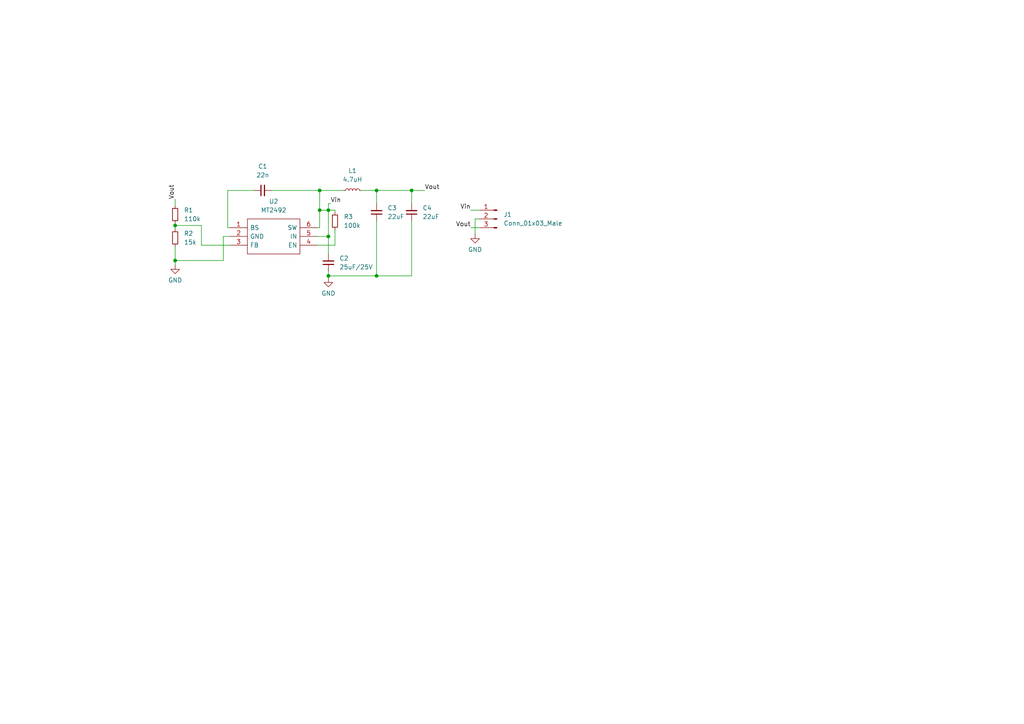
<source format=kicad_sch>
(kicad_sch (version 20211123) (generator eeschema)
  (paper "A4")
  (lib_symbols
    (symbol "Connector:Conn_01x03_Male" (pin_names (offset 1.016) hide)
      (property "Reference" "J" (at 0 5.08 0))
      (property "Value" "Conn_01x03_Male" (at 0 -5.08 0))
      (symbol "Conn_01x03_Male_1_1"
        (polyline (pts (xy 1.27 -2.54) (xy 0.8636 -2.54)) (stroke (width 0.1524)))
        (polyline (pts (xy 1.27 0) (xy 0.8636 0)) (stroke (width 0.1524)))
        (polyline (pts (xy 1.27 2.54) (xy 0.8636 2.54)) (stroke (width 0.1524)))
        (rectangle (start 0.8636 -2.413) (end 0 -2.667) (stroke (width 0.1524)) (fill (type outline)))
        (rectangle (start 0.8636 0.127) (end 0 -0.127) (stroke (width 0.1524)) (fill (type outline)))
        (rectangle (start 0.8636 2.667) (end 0 2.413) (stroke (width 0.1524)) (fill (type outline)))
        (pin passive line (at 5.08 2.54 180) (length 3.81) (name "Pin_1") (number "1"))
        (pin passive line (at 5.08 0 180) (length 3.81) (name "Pin_2") (number "2"))
        (pin passive line (at 5.08 -2.54 180) (length 3.81) (name "Pin_3") (number "3"))
      )
    )
    (symbol "Device:C_Small" (pin_numbers hide) (pin_names (offset 0.254) hide)
      (property "Reference" "C" (at 0.254 1.778 0))
      (property "Value" "C_Small" (at 0.254 -2.032 0))
      (symbol "C_Small_0_1"
        (polyline (pts (xy -1.524 -0.508) (xy 1.524 -0.508)) (stroke (width 0.3302)))
        (polyline (pts (xy -1.524 0.508) (xy 1.524 0.508)) (stroke (width 0.3048)))
      )
      (symbol "C_Small_1_1"
        (pin passive line (at 0 2.54 270) (length 2.032) (name "~") (number "1"))
        (pin passive line (at 0 -2.54 90) (length 2.032) (name "~") (number "2"))
      )
    )
    (symbol "Device:L_Small" (pin_numbers hide) (pin_names (offset 0.254) hide)
      (property "Reference" "L" (at 0.762 1.016 0))
      (property "Value" "L_Small" (at 0.762 -1.016 0))
      (symbol "L_Small_0_1"
        (arc (start 0 -2.032) (mid 0.508 -1.524) (end 0 -1.016))
        (arc (start 0 -1.016) (mid 0.508 -0.508) (end 0 0))
        (arc (start 0 0) (mid 0.508 0.508) (end 0 1.016))
        (arc (start 0 1.016) (mid 0.508 1.524) (end 0 2.032))
      )
      (symbol "L_Small_1_1"
        (pin passive line (at 0 2.54 270) (length 0.508) (name "~") (number "1"))
        (pin passive line (at 0 -2.54 90) (length 0.508) (name "~") (number "2"))
      )
    )
    (symbol "Device:R_Small" (pin_numbers hide) (pin_names (offset 0.254) hide)
      (property "Reference" "R" (at 0.762 0.508 0))
      (property "Value" "R_Small" (at 0.762 -1.016 0))
      (symbol "R_Small_0_1"
        (rectangle (start -0.762 1.778) (end 0.762 -1.778) (stroke (width 0.2032)))
      )
      (symbol "R_Small_1_1"
        (pin passive line (at 0 2.54 270) (length 0.762) (name "~") (number "1"))
        (pin passive line (at 0 -2.54 90) (length 0.762) (name "~") (number "2"))
      )
    )
    (symbol "SamacSys_Parts:MT2492" (pin_names (offset 0.762))
      (property "Reference" "IC" (at 21.59 7.62 0))
      (property "Value" "MT2492" (at 21.59 5.08 0))
      (symbol "MT2492_0_0"
        (pin passive line (at 0 0 0) (length 5.08) (name "BS") (number "1"))
        (pin passive line (at 0 -2.54 0) (length 5.08) (name "GND") (number "2"))
        (pin passive line (at 0 -5.08 0) (length 5.08) (name "FB") (number "3"))
        (pin passive line (at 25.4 -5.08 180) (length 5.08) (name "EN") (number "4"))
        (pin passive line (at 25.4 -2.54 180) (length 5.08) (name "IN") (number "5"))
        (pin passive line (at 25.4 0 180) (length 5.08) (name "SW") (number "6"))
      )
      (symbol "MT2492_0_1"
        (polyline (pts (xy 5.08 2.54) (xy 20.32 2.54) (xy 20.32 -7.62) (xy 5.08 -7.62) (xy 5.08 2.54)) (stroke (width 0.1524)))
      )
    )
    (symbol "power:GND" (power) (pin_names (offset 0))
      (property "Value" "GND" (at 0 -3.81 0))
      (symbol "GND_0_1"
        (polyline (pts (xy 0 0) (xy 0 -1.27) (xy 1.27 -1.27) (xy 0 -2.54) (xy -1.27 -1.27) (xy 0 -1.27)))
      )
      (symbol "GND_1_1"
        (pin power_in line (at 0 0 270) (length 0) hide (name "GND") (number "1"))
      )
    )
  )
  (junction (at 92.71 60.96))
  (junction (at 109.22 80.01))
  (junction (at 119.38 55.245))
  (junction (at 109.22 55.245))
  (junction (at 50.8 75.565))
  (junction (at 95.25 60.96))
  (junction (at 92.71 55.245))
  (junction (at 95.25 68.58))
  (junction (at 50.8 65.405))
  (junction (at 95.25 80.01))
  (wire (pts (xy 58.42 71.12) (xy 66.675 71.12)))
  (wire (pts (xy 95.25 60.96) (xy 97.155 60.96)))
  (wire (pts (xy 109.22 55.245) (xy 109.22 59.055)))
  (wire (pts (xy 139.065 63.5) (xy 137.795 63.5)))
  (wire (pts (xy 92.71 66.04) (xy 92.71 60.96)))
  (wire (pts (xy 50.8 57.785) (xy 50.8 59.69)))
  (wire (pts (xy 50.8 65.405) (xy 58.42 65.405)))
  (wire (pts (xy 92.71 60.96) (xy 92.71 55.245)))
  (wire (pts (xy 64.77 75.565) (xy 64.77 68.58)))
  (wire (pts (xy 50.8 71.5369) (xy 50.8 75.565)))
  (wire (pts (xy 50.8 65.405) (xy 50.8 66.4569)))
  (wire (pts (xy 66.675 66.04) (xy 66.04 66.04)))
  (wire (pts (xy 50.8 75.565) (xy 64.77 75.565)))
  (wire (pts (xy 95.25 68.58) (xy 92.075 68.58)))
  (wire (pts (xy 119.38 55.245) (xy 119.38 59.055)))
  (wire (pts (xy 64.77 68.58) (xy 66.675 68.58)))
  (wire (pts (xy 95.25 59.055) (xy 95.25 60.96)))
  (wire (pts (xy 92.075 66.04) (xy 92.71 66.04)))
  (wire (pts (xy 119.38 64.135) (xy 119.38 80.01)))
  (wire (pts (xy 104.775 55.245) (xy 109.22 55.245)))
  (wire (pts (xy 119.38 80.01) (xy 109.22 80.01)))
  (wire (pts (xy 66.04 66.04) (xy 66.04 55.245)))
  (wire (pts (xy 95.885 59.055) (xy 95.25 59.055)))
  (wire (pts (xy 66.04 55.245) (xy 73.66 55.245)))
  (wire (pts (xy 97.155 66.675) (xy 97.155 71.12)))
  (wire (pts (xy 136.525 66.04) (xy 139.065 66.04)))
  (wire (pts (xy 136.525 60.96) (xy 139.065 60.96)))
  (wire (pts (xy 95.25 80.01) (xy 95.25 80.645)))
  (wire (pts (xy 92.71 55.245) (xy 99.695 55.245)))
  (wire (pts (xy 109.22 55.245) (xy 119.38 55.245)))
  (wire (pts (xy 92.71 60.96) (xy 95.25 60.96)))
  (wire (pts (xy 95.25 68.58) (xy 95.25 73.66)))
  (wire (pts (xy 109.22 64.135) (xy 109.22 80.01)))
  (wire (pts (xy 50.8 75.565) (xy 50.8 76.835)))
  (wire (pts (xy 95.25 60.96) (xy 95.25 68.58)))
  (wire (pts (xy 97.155 71.12) (xy 92.075 71.12)))
  (wire (pts (xy 119.38 55.245) (xy 123.19 55.245)))
  (wire (pts (xy 58.42 65.405) (xy 58.42 71.12)))
  (wire (pts (xy 97.155 60.96) (xy 97.155 61.595)))
  (wire (pts (xy 137.795 63.5) (xy 137.795 67.945)))
  (wire (pts (xy 92.71 55.245) (xy 78.74 55.245)))
  (wire (pts (xy 109.22 80.01) (xy 95.25 80.01)))
  (wire (pts (xy 50.8 64.77) (xy 50.8 65.405)))
  (wire (pts (xy 95.25 78.74) (xy 95.25 80.01)))
  (label "Vout" (at 50.8 57.785 90))
  (label "Vin" (at 136.525 60.96 180))
  (label "Vin" (at 95.885 59.055 0))
  (label "Vout" (at 136.525 66.04 180))
  (label "Vout" (at 123.19 55.245 0))
  (symbol (lib_id "Device:L_Small") (at 102.235 55.245 90) (unit 1)
    (property "Reference" "L1" (at 102.235 49.53 90))
    (property "Value" "4.7uH" (at 102.235 52.07 90))
    (property "Footprint" "Inductor_SMD:L_7.3x7.3_H4.5" (effects hide))
  )
  (symbol (lib_id "power:GND") (at 50.8 76.835 0) (unit 1)
    (property "Reference" "#PWR0101" (effects hide))
    (property "Value" "GND" (at 50.8 81.28 0))
  )
  (symbol (lib_id "SamacSys_Parts:MT2492") (at 66.675 66.04 0) (unit 1)
    (property "Reference" "U2" (at 79.375 58.42 0))
    (property "Value" "MT2492" (at 79.375 60.96 0))
    (property "Footprint" "SamacSys_Parts:SOT95P280X145-6N" (effects hide))
    (property "Datasheet" "https://datasheet.lcsc.com/lcsc/1810262207_XI-AN-Aerosemi-Tech-MT2492_C89358.pdf" (effects hide))
    (property "Description" "Input Supply Voltage . -0.3V to 17V Operating Temperature Range  -40C to +85C EN,FB Voltages .-0.3 to 6V Lead Temperature(Soldering,10s) .....+300C SW Voltage ..-0.3V to (Vin+0.5V) Storage Temperature Range .-65C to 150C" (effects hide))
    (property "Height" "1.45" (effects hide))
    (property "Manufacturer_Name" "Aerosemi" (effects hide))
    (property "Manufacturer_Part_Number" "MT2492" (effects hide))
  )
  (symbol (lib_id "Device:C_Small") (at 119.38 61.595 180) (unit 1)
    (property "Reference" "C4" (at 122.555 60.3185 0) (effects (justify right)))
    (property "Value" "22uF" (at 122.555 62.8585 0) (effects (justify right)))
    (property "Footprint" "Capacitor_SMD:C_0603_1608Metric" (effects hide))
  )
  (symbol (lib_id "Device:R_Small") (at 50.8 68.9969 0) (unit 1)
    (property "Reference" "R2" (at 53.34 67.7268 0) (effects (justify left)))
    (property "Value" "15k" (at 53.34 70.2668 0) (effects (justify left)))
    (property "Footprint" "Resistor_SMD:R_0805_2012Metric" (effects hide))
  )
  (symbol (lib_id "power:GND") (at 137.795 67.945 0) (unit 1)
    (property "Reference" "#PWR0103" (effects hide))
    (property "Value" "GND" (at 137.795 72.39 0))
  )
  (symbol (lib_id "Device:C_Small") (at 95.25 76.2 180) (unit 1)
    (property "Reference" "C2" (at 98.425 74.9235 0) (effects (justify right)))
    (property "Value" "25uF/25V" (at 98.425 77.4635 0) (effects (justify right)))
    (property "Footprint" "Capacitor_SMD:C_0603_1608Metric" (effects hide))
  )
  (symbol (lib_id "power:GND") (at 95.25 80.645 0) (unit 1)
    (property "Reference" "#PWR0102" (effects hide))
    (property "Value" "GND" (at 95.25 85.09 0))
  )
  (symbol (lib_id "Device:C_Small") (at 109.22 61.595 180) (unit 1)
    (property "Reference" "C3" (at 112.395 60.3185 0) (effects (justify right)))
    (property "Value" "22uF" (at 112.395 62.8585 0) (effects (justify right)))
    (property "Footprint" "Capacitor_SMD:C_0603_1608Metric" (effects hide))
  )
  (symbol (lib_id "Connector:Conn_01x03_Male") (at 144.145 63.5 0) (mirror y) (unit 1)
    (property "Reference" "J1" (at 146.05 62.2299 0) (effects (justify right)))
    (property "Value" "Conn_01x03_Male" (at 146.05 64.7699 0) (effects (justify right)))
    (property "Footprint" "Connector_PinHeader_2.54mm:PinHeader_1x03_P2.54mm_Horizontal" (effects hide))
  )
  (symbol (lib_id "Device:R_Small") (at 97.155 64.135 0) (unit 1)
    (property "Reference" "R3" (at 99.695 62.8649 0) (effects (justify left)))
    (property "Value" "100k" (at 99.695 65.4049 0) (effects (justify left)))
    (property "Footprint" "Resistor_SMD:R_0805_2012Metric" (effects hide))
  )
  (symbol (lib_id "Device:R_Small") (at 50.8 62.23 0) (unit 1)
    (property "Reference" "R1" (at 53.34 60.9599 0) (effects (justify left)))
    (property "Value" "110k" (at 53.34 63.4999 0) (effects (justify left)))
    (property "Footprint" "Resistor_SMD:R_0805_2012Metric" (effects hide))
  )
  (symbol (lib_id "Device:C_Small") (at 76.2 55.245 90) (unit 1)
    (property "Reference" "C1" (at 76.2063 48.26 90))
    (property "Value" "22n" (at 76.2063 50.8 90))
    (property "Footprint" "Capacitor_SMD:C_0603_1608Metric" (effects hide))
  )
)
</source>
